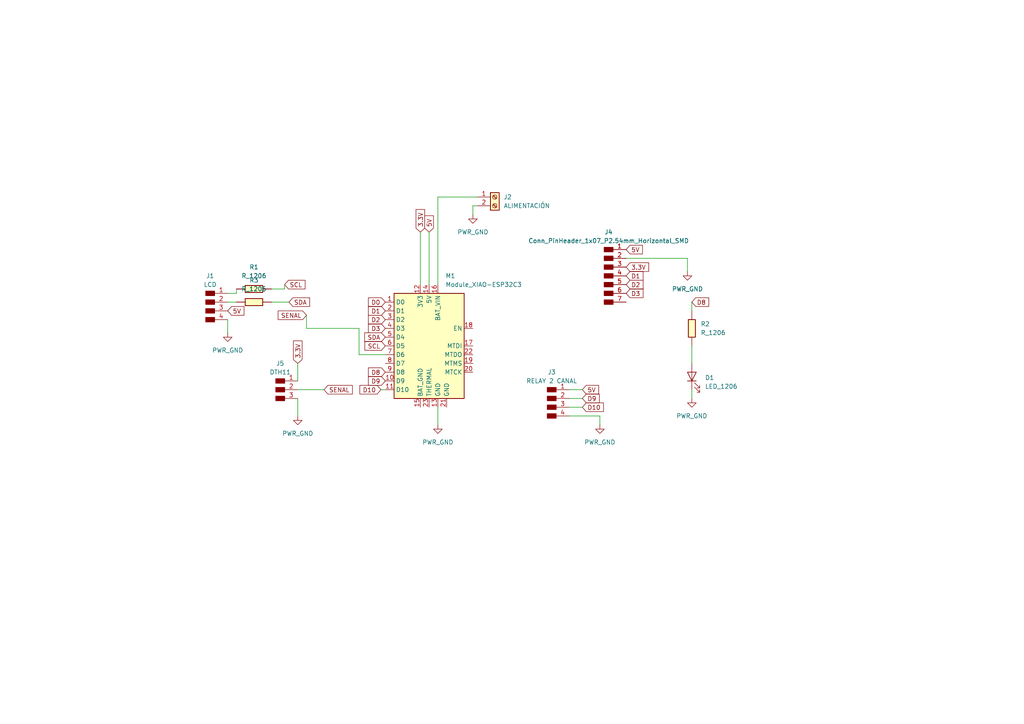
<source format=kicad_sch>
(kicad_sch (version 20231120) (generator "eeschema") (generator_version "8.0")
  (paper "A4")
  (lib_symbols
    (symbol "Connector:Screw_Terminal_01x02" (pin_names (offset 1.016) hide)
      (property "Reference" "J" (at 0 2.54 0))
      (property "Value" "Screw_Terminal_01x02" (at 0 -5.08 0))
      (symbol "Screw_Terminal_01x02_1_1"
        (rectangle (start -1.27 1.27) (end 1.27 -3.81) (stroke (width 0.254)) (fill (type background)))
        (circle (center 0 -2.54) (radius 0.635) (stroke (width 0.1524)))
        (polyline (pts (xy -0.5334 -2.2098) (xy 0.3302 -3.048)) (stroke (width 0.1524)))
        (polyline (pts (xy -0.5334 0.3302) (xy 0.3302 -0.508)) (stroke (width 0.1524)))
        (polyline (pts (xy -0.3556 -2.032) (xy 0.508 -2.8702)) (stroke (width 0.1524)))
        (polyline (pts (xy -0.3556 0.508) (xy 0.508 -0.3302)) (stroke (width 0.1524)))
        (circle (center 0 0) (radius 0.635) (stroke (width 0.1524)))
        (pin passive line (at -5.08 0 0) (length 3.81) (name "Pin_1") (number "1"))
        (pin passive line (at -5.08 -2.54 0) (length 3.81) (name "Pin_2") (number "2"))
      )
    )
    (symbol "fab:Conn_PinHeader_1x03_P2.54mm_Horizontal_SMD" (pin_names hide)
      (property "Reference" "J" (at 0 5.08 0))
      (property "Value" "Conn_PinHeader_1x03_P2.54mm_Horizontal_SMD" (at 0 -5.08 0))
      (symbol "Conn_PinHeader_1x03_P2.54mm_Horizontal_SMD_1_1"
        (rectangle (start -1.27 -1.905) (end 1.27 -3.175) (stroke (width 0.254)) (fill (type outline)))
        (rectangle (start -1.27 0.635) (end 1.27 -0.635) (stroke (width 0.254)) (fill (type outline)))
        (rectangle (start -1.27 3.175) (end 1.27 1.905) (stroke (width 0.254)) (fill (type outline)))
        (pin passive line (at 5.08 2.54 180) (length 3.81) (name "Pin_1") (number "1"))
        (pin passive line (at 5.08 0 180) (length 3.81) (name "Pin_2") (number "2"))
        (pin passive line (at 5.08 -2.54 180) (length 3.81) (name "Pin_3") (number "3"))
      )
    )
    (symbol "fab:Conn_PinHeader_1x04_P2.54mm_Horizontal_SMD" (pin_names hide)
      (property "Reference" "J" (at 0 5.08 0))
      (property "Value" "Conn_PinHeader_1x04_P2.54mm_Horizontal_SMD" (at 0 -7.62 0))
      (symbol "Conn_PinHeader_1x04_P2.54mm_Horizontal_SMD_1_1"
        (rectangle (start -1.27 -4.445) (end 1.27 -5.715) (stroke (width 0.254)) (fill (type outline)))
        (rectangle (start -1.27 -1.905) (end 1.27 -3.175) (stroke (width 0.254)) (fill (type outline)))
        (rectangle (start -1.27 0.635) (end 1.27 -0.635) (stroke (width 0.254)) (fill (type outline)))
        (rectangle (start -1.27 3.175) (end 1.27 1.905) (stroke (width 0.254)) (fill (type outline)))
        (pin passive line (at 5.08 2.54 180) (length 3.81) (name "Pin_1") (number "1"))
        (pin passive line (at 5.08 0 180) (length 3.81) (name "Pin_2") (number "2"))
        (pin passive line (at 5.08 -2.54 180) (length 3.81) (name "Pin_3") (number "3"))
        (pin passive line (at 5.08 -5.08 180) (length 3.81) (name "Pin_4") (number "4"))
      )
    )
    (symbol "fab:Conn_PinHeader_1x07_P2.54mm_Horizontal_SMD" (pin_names hide)
      (property "Reference" "J" (at 0 10.16 0))
      (property "Value" "Conn_PinHeader_1x07_P2.54mm_Horizontal_SMD" (at 0 -10.16 0))
      (symbol "Conn_PinHeader_1x07_P2.54mm_Horizontal_SMD_1_1"
        (rectangle (start -1.27 -6.985) (end 1.27 -8.255) (stroke (width 0.254)) (fill (type outline)))
        (rectangle (start -1.27 -4.445) (end 1.27 -5.715) (stroke (width 0.254)) (fill (type outline)))
        (rectangle (start -1.27 -1.905) (end 1.27 -3.175) (stroke (width 0.254)) (fill (type outline)))
        (rectangle (start -1.27 0.635) (end 1.27 -0.635) (stroke (width 0.254)) (fill (type outline)))
        (rectangle (start -1.27 3.175) (end 1.27 1.905) (stroke (width 0.254)) (fill (type outline)))
        (rectangle (start -1.27 5.715) (end 1.27 4.445) (stroke (width 0.254)) (fill (type outline)))
        (rectangle (start -1.27 8.255) (end 1.27 6.985) (stroke (width 0.254)) (fill (type outline)))
        (pin passive line (at 5.08 7.62 180) (length 3.81) (name "Pin_1") (number "1"))
        (pin passive line (at 5.08 5.08 180) (length 3.81) (name "Pin_2") (number "2"))
        (pin passive line (at 5.08 2.54 180) (length 3.81) (name "Pin_3") (number "3"))
        (pin passive line (at 5.08 0 180) (length 3.81) (name "Pin_4") (number "4"))
        (pin passive line (at 5.08 -2.54 180) (length 3.81) (name "Pin_5") (number "5"))
        (pin passive line (at 5.08 -5.08 180) (length 3.81) (name "Pin_6") (number "6"))
        (pin passive line (at 5.08 -7.62 180) (length 3.81) (name "Pin_7") (number "7"))
      )
    )
    (symbol "fab:LED_1206" (pin_numbers hide) (pin_names (offset 1.016) hide)
      (property "Reference" "D" (at 0 2.54 0))
      (property "Value" "LED_1206" (at 0 -2.54 0))
      (symbol "LED_1206_0_1"
        (polyline (pts (xy -1.27 -1.27) (xy -1.27 1.27)) (stroke (width 0.2032)))
        (polyline (pts (xy -1.27 0) (xy 1.27 0)))
        (polyline (pts (xy 1.27 -1.27) (xy 1.27 1.27) (xy -1.27 0) (xy 1.27 -1.27)) (stroke (width 0.2032)))
        (polyline (pts (xy -3.048 -0.762) (xy -4.572 -2.286) (xy -3.81 -2.286) (xy -4.572 -2.286) (xy -4.572 -1.524)))
        (polyline (pts (xy -1.778 -0.762) (xy -3.302 -2.286) (xy -2.54 -2.286) (xy -3.302 -2.286) (xy -3.302 -1.524)))
      )
      (symbol "LED_1206_1_1"
        (pin passive line (at -3.81 0 0) (length 2.54) (name "K") (number "1"))
        (pin passive line (at 3.81 0 180) (length 2.54) (name "A") (number "2"))
      )
    )
    (symbol "fab:Module_XIAO-ESP32C3"
      (property "Reference" "M" (at -10.16 16.51 0))
      (property "Value" "Module_XIAO-ESP32C3" (at 3.81 16.51 0))
      (symbol "Module_XIAO-ESP32C3_1_1"
        (rectangle (start -10.16 15.24) (end 10.16 -15.24) (stroke (width 0.254)) (fill (type background)))
        (pin bidirectional line (at -12.7 12.7 0) (length 2.54) (name "D0") (number "1"))
        (pin bidirectional line (at -12.7 -10.16 0) (length 2.54) (name "D9") (number "10"))
        (pin bidirectional line (at -12.7 -12.7 0) (length 2.54) (name "D10") (number "11"))
        (pin power_in line (at -2.54 17.78 270) (length 2.54) (name "3V3") (number "12"))
        (pin power_in line (at 2.54 -17.78 90) (length 2.54) (name "GND") (number "13"))
        (pin power_in line (at 0 17.78 270) (length 2.54) (name "5V") (number "14"))
        (pin power_in line (at -2.54 -17.78 90) (length 2.54) (name "BAT_GND") (number "15"))
        (pin power_in line (at 2.54 17.78 270) (length 2.54) (name "BAT_VIN") (number "16"))
        (pin input line (at 12.7 0 180) (length 2.54) (name "MTDI") (number "17"))
        (pin input line (at 12.7 5.08 180) (length 2.54) (name "EN") (number "18"))
        (pin input line (at 12.7 -5.08 180) (length 2.54) (name "MTMS") (number "19"))
        (pin bidirectional line (at -12.7 10.16 0) (length 2.54) (name "D1") (number "2"))
        (pin input line (at 12.7 -7.62 180) (length 2.54) (name "MTCK") (number "20"))
        (pin power_in line (at 5.08 -17.78 90) (length 2.54) (name "GND") (number "21"))
        (pin output line (at 12.7 -2.54 180) (length 2.54) (name "MTDO") (number "22"))
        (pin power_in line (at 0 -17.78 90) (length 2.54) (name "THERMAL") (number "23"))
        (pin bidirectional line (at -12.7 7.62 0) (length 2.54) (name "D2") (number "3"))
        (pin bidirectional line (at -12.7 5.08 0) (length 2.54) (name "D3") (number "4"))
        (pin bidirectional line (at -12.7 2.54 0) (length 2.54) (name "D4") (number "5"))
        (pin bidirectional line (at -12.7 0 0) (length 2.54) (name "D5") (number "6"))
        (pin bidirectional line (at -12.7 -2.54 0) (length 2.54) (name "D6") (number "7"))
        (pin bidirectional line (at -12.7 -5.08 0) (length 2.54) (name "D7") (number "8"))
        (pin bidirectional line (at -12.7 -7.62 0) (length 2.54) (name "D8") (number "9"))
      )
    )
    (symbol "fab:PWR_GND" (power) (pin_names (offset 0))
      (property "Value" "PWR_GND" (at 0 -3.81 0))
      (symbol "PWR_GND_0_1"
        (polyline (pts (xy 0 0) (xy 0 -1.27) (xy 1.27 -1.27) (xy 0 -2.54) (xy -1.27 -1.27) (xy 0 -1.27)))
      )
      (symbol "PWR_GND_1_1"
        (pin power_in line (at 0 0 270) (length 0) hide (name "PWR_GND") (number "1"))
      )
    )
    (symbol "fab:R_1206" (pin_numbers hide) (pin_names (offset 0))
      (property "Reference" "R" (at 2.54 0 90))
      (property "Value" "R_1206" (at -2.54 0 90))
      (symbol "R_1206_0_1"
        (rectangle (start -1.016 -2.54) (end 1.016 2.54) (stroke (width 0.254)) (fill (type background)))
      )
      (symbol "R_1206_1_1"
        (pin passive line (at 0 5.08 270) (length 2.54) (name "~") (number "1"))
        (pin passive line (at 0 -5.08 90) (length 2.54) (name "~") (number "2"))
      )
    )
  )
  (wire (pts (xy 137.16 59.69) (xy 138.43 59.69)))
  (wire (pts (xy 78.74 83.82) (xy 82.55 83.82)))
  (wire (pts (xy 104.14 102.87) (xy 111.76 102.87)))
  (wire (pts (xy 127 57.15) (xy 138.43 57.15)))
  (wire (pts (xy 104.14 95.25) (xy 104.14 102.87)))
  (wire (pts (xy 165.1 118.11) (xy 168.91 118.11)))
  (wire (pts (xy 199.39 74.93) (xy 199.39 78.74)))
  (wire (pts (xy 200.66 113.03) (xy 200.66 115.57)))
  (wire (pts (xy 66.04 92.71) (xy 66.04 96.52)))
  (wire (pts (xy 173.99 120.65) (xy 173.99 123.19)))
  (wire (pts (xy 110.49 113.03) (xy 111.76 113.03)))
  (wire (pts (xy 200.66 87.63) (xy 200.66 90.17)))
  (wire (pts (xy 121.92 82.55) (xy 121.92 67.31)))
  (wire (pts (xy 86.36 105.41) (xy 86.36 110.49)))
  (wire (pts (xy 165.1 115.57) (xy 168.91 115.57)))
  (wire (pts (xy 127 57.15) (xy 127 82.55)))
  (wire (pts (xy 124.46 67.31) (xy 124.46 82.55)))
  (wire (pts (xy 86.36 113.03) (xy 93.98 113.03)))
  (wire (pts (xy 88.9 95.25) (xy 104.14 95.25)))
  (wire (pts (xy 68.58 85.09) (xy 68.58 83.82)))
  (wire (pts (xy 181.61 74.93) (xy 199.39 74.93)))
  (wire (pts (xy 86.36 115.57) (xy 86.36 120.65)))
  (wire (pts (xy 66.04 87.63) (xy 68.58 87.63)))
  (wire (pts (xy 88.9 91.44) (xy 88.9 95.25)))
  (wire (pts (xy 127 123.19) (xy 127 118.11)))
  (wire (pts (xy 200.66 100.33) (xy 200.66 105.41)))
  (wire (pts (xy 66.04 85.09) (xy 68.58 85.09)))
  (wire (pts (xy 137.16 59.69) (xy 137.16 62.23)))
  (wire (pts (xy 165.1 120.65) (xy 173.99 120.65)))
  (wire (pts (xy 82.55 83.82) (xy 82.55 82.55)))
  (wire (pts (xy 165.1 113.03) (xy 168.91 113.03)))
  (wire (pts (xy 78.74 87.63) (xy 83.82 87.63)))
  (global_label "3.3V" (shape input) (at 181.61 77.47 0) (property "Intersheetrefs" "${INTERSHEET_REFS}" (effects (hide yes))))
  (global_label "D10" (shape input) (at 168.91 118.11 0) (property "Intersheetrefs" "${INTERSHEET_REFS}" (effects (hide yes))))
  (global_label "SDA" (shape input) (at 83.82 87.63 0) (property "Intersheetrefs" "${INTERSHEET_REFS}" (effects (hide yes))))
  (global_label "D10" (shape input) (at 110.49 113.03 180) (property "Intersheetrefs" "${INTERSHEET_REFS}" (effects (hide yes))))
  (global_label "3.3V" (shape input) (at 121.92 67.31 90) (property "Intersheetrefs" "${INTERSHEET_REFS}" (effects (hide yes))))
  (global_label "5V" (shape input) (at 181.61 72.39 0) (property "Intersheetrefs" "${INTERSHEET_REFS}" (effects (hide yes))))
  (global_label "D8" (shape input) (at 200.66 87.63 0) (property "Intersheetrefs" "${INTERSHEET_REFS}" (effects (hide yes))))
  (global_label "D2" (shape input) (at 181.61 82.55 0) (property "Intersheetrefs" "${INTERSHEET_REFS}" (effects (hide yes))))
  (global_label "5V" (shape input) (at 66.04 90.17 0) (property "Intersheetrefs" "${INTERSHEET_REFS}" (effects (hide yes))))
  (global_label "D9" (shape input) (at 111.76 110.49 180) (property "Intersheetrefs" "${INTERSHEET_REFS}" (effects (hide yes))))
  (global_label "SCL" (shape input) (at 111.76 100.33 180) (property "Intersheetrefs" "${INTERSHEET_REFS}" (effects (hide yes))))
  (global_label "SENAL" (shape input) (at 88.9 91.44 180) (property "Intersheetrefs" "${INTERSHEET_REFS}" (effects (hide yes))))
  (global_label "5V" (shape input) (at 168.91 113.03 0) (property "Intersheetrefs" "${INTERSHEET_REFS}" (effects (hide yes))))
  (global_label "D3" (shape input) (at 111.76 95.25 180) (property "Intersheetrefs" "${INTERSHEET_REFS}" (effects (hide yes))))
  (global_label "D9" (shape input) (at 168.91 115.57 0) (property "Intersheetrefs" "${INTERSHEET_REFS}" (effects (hide yes))))
  (global_label "D2" (shape input) (at 111.76 92.71 180) (property "Intersheetrefs" "${INTERSHEET_REFS}" (effects (hide yes))))
  (global_label "D1" (shape input) (at 181.61 80.01 0) (property "Intersheetrefs" "${INTERSHEET_REFS}" (effects (hide yes))))
  (global_label "D0" (shape input) (at 111.76 87.63 180) (property "Intersheetrefs" "${INTERSHEET_REFS}" (effects (hide yes))))
  (global_label "SCL" (shape input) (at 82.55 82.55 0) (property "Intersheetrefs" "${INTERSHEET_REFS}" (effects (hide yes))))
  (global_label "D3" (shape input) (at 181.61 85.09 0) (property "Intersheetrefs" "${INTERSHEET_REFS}" (effects (hide yes))))
  (global_label "3.3V" (shape input) (at 86.36 105.41 90) (property "Intersheetrefs" "${INTERSHEET_REFS}" (effects (hide yes))))
  (global_label "D1" (shape input) (at 111.76 90.17 180) (property "Intersheetrefs" "${INTERSHEET_REFS}" (effects (hide yes))))
  (global_label "SDA" (shape input) (at 111.76 97.79 180) (property "Intersheetrefs" "${INTERSHEET_REFS}" (effects (hide yes))))
  (global_label "D8" (shape input) (at 111.76 107.95 180) (property "Intersheetrefs" "${INTERSHEET_REFS}" (effects (hide yes))))
  (global_label "5V" (shape input) (at 124.46 67.31 90) (property "Intersheetrefs" "${INTERSHEET_REFS}" (effects (hide yes))))
  (global_label "SENAL" (shape input) (at 93.98 113.03 0) (property "Intersheetrefs" "${INTERSHEET_REFS}" (effects (hide yes))))
  (symbol (lib_id "Connector:Screw_Terminal_01x02") (at 143.51 57.15 0) (unit 1)
    (property "Reference" "J2" (at 146.05 57.1499 0) (effects (justify left)))
    (property "Value" "ALIMENTACIÓN" (at 146.05 59.6899 0) (effects (justify left)))
    (property "Description" "Generic screw terminal, single row, 01x02, script generated (kicad-library-utils/schlib/autogen/connector/)" (effects (hide yes)))
  )
  (symbol (lib_id "fab:Conn_PinHeader_1x04_P2.54mm_Horizontal_SMD") (at 60.96 87.63 0) (unit 1)
    (property "Reference" "J1" (at 60.96 80.01 0))
    (property "Value" "LCD" (at 60.96 82.55 0))
    (property "Footprint" "fab:PinHeader_1x04_P2.54mm_Horizontal_SMD" (effects (hide yes)))
    (property "Description" "Male connector, single row" (effects (hide yes)))
  )
  (symbol (lib_id "fab:PWR_GND") (at 137.16 62.23 0) (unit 1)
    (property "Reference" "#PWR04" (effects (hide yes)))
    (property "Value" "PWR_GND" (at 137.16 67.31 0))
    (property "Description" "Power symbol creates a global label with name \"GND\" , ground" (effects (hide yes)))
  )
  (symbol (lib_id "fab:R_1206") (at 73.66 83.82 90) (unit 1)
    (property "Reference" "R1" (at 73.66 77.47 90))
    (property "Value" "R_1206" (at 73.66 80.01 90))
    (property "Footprint" "fab:R_1206" (effects (hide yes)))
    (property "Description" "Resistor" (effects (hide yes)))
  )
  (symbol (lib_id "fab:PWR_GND") (at 199.39 78.74 0) (unit 1)
    (property "Reference" "#PWR06" (effects (hide yes)))
    (property "Value" "PWR_GND" (at 199.39 83.82 0))
    (property "Description" "Power symbol creates a global label with name \"GND\" , ground" (effects (hide yes)))
  )
  (symbol (lib_id "fab:PWR_GND") (at 86.36 120.65 0) (unit 1)
    (property "Reference" "#PWR02" (effects (hide yes)))
    (property "Value" "PWR_GND" (at 86.36 125.73 0))
    (property "Description" "Power symbol creates a global label with name \"GND\" , ground" (effects (hide yes)))
  )
  (symbol (lib_id "fab:PWR_GND") (at 127 123.19 0) (unit 1)
    (property "Reference" "#PWR03" (effects (hide yes)))
    (property "Value" "PWR_GND" (at 127 128.27 0))
    (property "Description" "Power symbol creates a global label with name \"GND\" , ground" (effects (hide yes)))
  )
  (symbol (lib_id "fab:R_1206") (at 200.66 95.25 0) (unit 1)
    (property "Reference" "R2" (at 203.2 93.9799 0) (effects (justify left)))
    (property "Value" "R_1206" (at 203.2 96.5199 0) (effects (justify left)))
    (property "Footprint" "fab:R_1206" (effects (hide yes)))
    (property "Description" "Resistor" (effects (hide yes)))
  )
  (symbol (lib_id "fab:Conn_PinHeader_1x03_P2.54mm_Horizontal_SMD") (at 81.28 113.03 0) (unit 1)
    (property "Reference" "J5" (at 81.28 105.41 0))
    (property "Value" "DTH11" (at 81.28 107.95 0))
    (property "Footprint" "fab:PinHeader_1x03_P2.54mm_Horizontal_SMD" (effects (hide yes)))
    (property "Description" "Male connector, single row" (effects (hide yes)))
  )
  (symbol (lib_id "fab:PWR_GND") (at 66.04 96.52 0) (unit 1)
    (property "Reference" "#PWR08" (effects (hide yes)))
    (property "Value" "PWR_GND" (at 66.04 101.6 0))
    (property "Description" "Power symbol creates a global label with name \"GND\" , ground" (effects (hide yes)))
  )
  (symbol (lib_id "fab:PWR_GND") (at 200.66 115.57 0) (unit 1)
    (property "Reference" "#PWR07" (effects (hide yes)))
    (property "Value" "PWR_GND" (at 200.66 120.65 0))
    (property "Description" "Power symbol creates a global label with name \"GND\" , ground" (effects (hide yes)))
  )
  (symbol (lib_id "fab:Module_XIAO-ESP32C3") (at 124.46 100.33 0) (unit 1)
    (property "Reference" "M1" (at 129.1941 80.01 0) (effects (justify left)))
    (property "Value" "Module_XIAO-ESP32C3" (at 129.1941 82.55 0) (effects (justify left)))
    (property "Footprint" "fab:SeeedStudio_XIAO_ESP32C3" (effects (hide yes)))
    (property "Datasheet" "https://wiki.seeedstudio.com/XIAO_ESP32C3_Getting_Started/" (effects (hide yes)))
    (property "Description" "ESP32-C3 Transceiver; 802.11 a/b/g/n (Wi-Fi, WiFi, WLAN), Bluetooth® Smart 4.x Low Energy (BLE) 2.4GHz Evaluation Board" (effects (hide yes)))
  )
  (symbol (lib_id "fab:Conn_PinHeader_1x07_P2.54mm_Horizontal_SMD") (at 176.53 80.01 0) (unit 1)
    (property "Reference" "J4" (at 176.53 67.31 0))
    (property "Value" "Conn_PinHeader_1x07_P2.54mm_Horizontal_SMD" (at 176.53 69.85 0))
    (property "Footprint" "fab:PinHeader_1x07_P2.54mm_Horizontal_SMD" (effects (hide yes)))
    (property "Description" "Male connector, single row" (effects (hide yes)))
  )
  (symbol (lib_id "fab:Conn_PinHeader_1x04_P2.54mm_Horizontal_SMD") (at 160.02 115.57 0) (unit 1)
    (property "Reference" "J3" (at 160.02 107.95 0))
    (property "Value" "RELAY 2 CANAL" (at 160.02 110.49 0))
    (property "Footprint" "fab:PinHeader_1x04_P2.54mm_Horizontal_SMD" (effects (hide yes)))
    (property "Description" "Male connector, single row" (effects (hide yes)))
  )
  (symbol (lib_id "fab:LED_1206") (at 200.66 109.22 90) (unit 1)
    (property "Reference" "D1" (at 204.47 109.5501 90) (effects (justify right)))
    (property "Value" "LED_1206" (at 204.47 112.0901 90) (effects (justify right)))
    (property "Footprint" "fab:LED_1206" (effects (hide yes)))
    (property "Datasheet" "https://optoelectronics.liteon.com/upload/download/DS-22-98-0002/LTST-C150CKT.pdf" (effects (hide yes)))
    (property "Description" "Light emitting diode, Lite-On Inc. LTST, SMD" (effects (hide yes)))
  )
  (symbol (lib_id "fab:R_1206") (at 73.66 87.63 90) (unit 1)
    (property "Reference" "R3" (at 73.66 81.28 90))
    (property "Value" "R_1206" (at 73.66 83.82 90))
    (property "Footprint" "fab:R_1206" (effects (hide yes)))
    (property "Description" "Resistor" (effects (hide yes)))
  )
  (symbol (lib_id "fab:PWR_GND") (at 173.99 123.19 0) (unit 1)
    (property "Reference" "#PWR05" (effects (hide yes)))
    (property "Value" "PWR_GND" (at 173.99 128.27 0))
    (property "Description" "Power symbol creates a global label with name \"GND\" , ground" (effects (hide yes)))
  )
)
</source>
